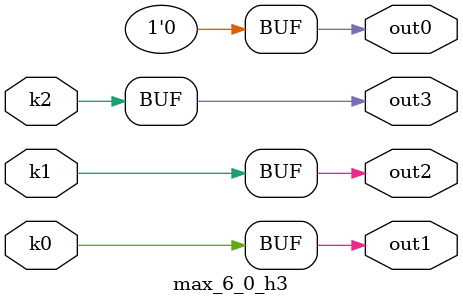
<source format=v>
module max_6_0(pi0, pi1, pi2, pi3, pi4, pi5, pi6, po0, po1, po2, po3);
input pi0, pi1, pi2, pi3, pi4, pi5, pi6;
output po0, po1, po2, po3;
wire k0, k1, k2;
max_6_0_w3 DUT1 (pi0, pi1, pi2, pi3, pi4, pi5, pi6, k0, k1, k2);
max_6_0_h3 DUT2 (k0, k1, k2, po0, po1, po2, po3);
endmodule

module max_6_0_w3(in6, in5, in4, in3, in2, in1, in0, k2, k1, k0);
input in6, in5, in4, in3, in2, in1, in0;
output k2, k1, k0;
assign k0 =   in3 ? in4 : in0;
assign k1 =   (((in4 & (~in0 | (~in2 & ~in1))) | (~in0 & ~in2 & ~in1)) & (~in6 | in5)) | (~in6 & in5);
assign k2 =   in3;
endmodule

module max_6_0_h3(k2, k1, k0, out3, out2, out1, out0);
input k2, k1, k0;
output out3, out2, out1, out0;
assign out0 = 0;
assign out1 = k0;
assign out2 = k1;
assign out3 = k2;
endmodule

</source>
